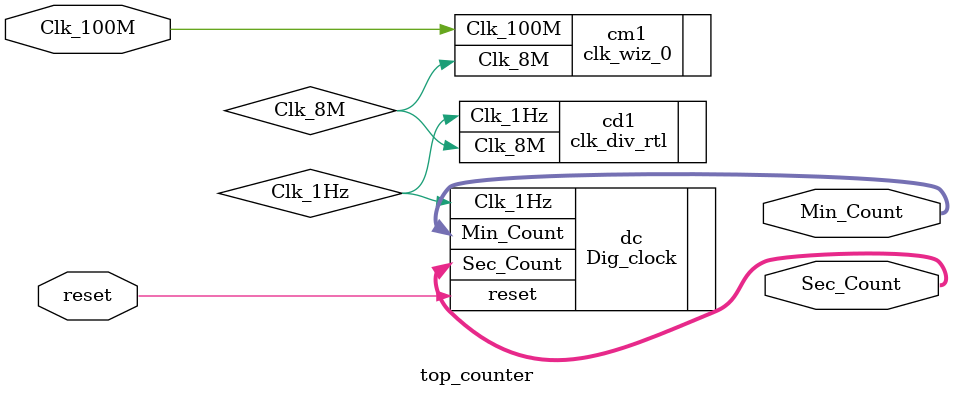
<source format=v>
`timescale 1ns / 1ps


module top_counter(
    input Clk_100M,
    input reset,
    output [5:0] Sec_Count,
    output [5:0] Min_Count
    );
    
    wire Clk_8M;
    wire Clk_1Hz;
    
  clk_wiz_0 cm1
   (
    // Clock out ports
    .Clk_8M(Clk_8M),     // output Clk_8M
   // Clock in ports
    .Clk_100M(Clk_100M));      // input Clk_100M
// INST_TAG_END ------ End INSTANTIATION Template ---------

    clk_div_rtl cd1(.Clk_8M(Clk_8M),.Clk_1Hz(Clk_1Hz));
    
    Dig_clock dc(.Clk_1Hz(Clk_1Hz),.reset(reset),.Sec_Count(Sec_Count),.Min_Count(Min_Count));
    
endmodule

</source>
